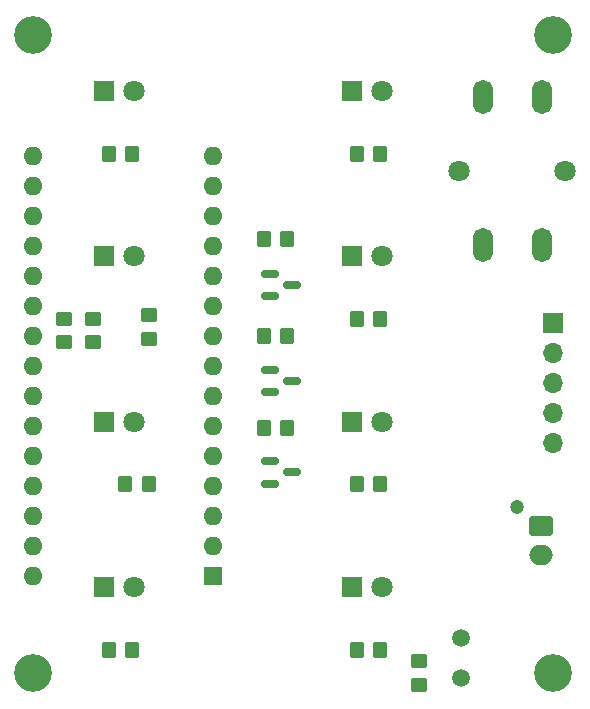
<source format=gts>
G04 #@! TF.GenerationSoftware,KiCad,Pcbnew,8.0.5*
G04 #@! TF.CreationDate,2025-02-13T10:20:19+08:00*
G04 #@! TF.ProjectId,arduino_solar_bikelight_1,61726475-696e-46f5-9f73-6f6c61725f62,rev?*
G04 #@! TF.SameCoordinates,Original*
G04 #@! TF.FileFunction,Soldermask,Top*
G04 #@! TF.FilePolarity,Negative*
%FSLAX46Y46*%
G04 Gerber Fmt 4.6, Leading zero omitted, Abs format (unit mm)*
G04 Created by KiCad (PCBNEW 8.0.5) date 2025-02-13 10:20:19*
%MOMM*%
%LPD*%
G01*
G04 APERTURE LIST*
G04 Aperture macros list*
%AMRoundRect*
0 Rectangle with rounded corners*
0 $1 Rounding radius*
0 $2 $3 $4 $5 $6 $7 $8 $9 X,Y pos of 4 corners*
0 Add a 4 corners polygon primitive as box body*
4,1,4,$2,$3,$4,$5,$6,$7,$8,$9,$2,$3,0*
0 Add four circle primitives for the rounded corners*
1,1,$1+$1,$2,$3*
1,1,$1+$1,$4,$5*
1,1,$1+$1,$6,$7*
1,1,$1+$1,$8,$9*
0 Add four rect primitives between the rounded corners*
20,1,$1+$1,$2,$3,$4,$5,0*
20,1,$1+$1,$4,$5,$6,$7,0*
20,1,$1+$1,$6,$7,$8,$9,0*
20,1,$1+$1,$8,$9,$2,$3,0*%
G04 Aperture macros list end*
%ADD10RoundRect,0.250000X-0.450000X0.350000X-0.450000X-0.350000X0.450000X-0.350000X0.450000X0.350000X0*%
%ADD11C,1.500000*%
%ADD12RoundRect,0.250000X-0.350000X-0.450000X0.350000X-0.450000X0.350000X0.450000X-0.350000X0.450000X0*%
%ADD13C,3.200000*%
%ADD14RoundRect,0.250000X0.450000X-0.350000X0.450000X0.350000X-0.450000X0.350000X-0.450000X-0.350000X0*%
%ADD15R,1.600000X1.600000*%
%ADD16O,1.600000X1.600000*%
%ADD17C,1.200000*%
%ADD18RoundRect,0.250000X-0.750000X0.600000X-0.750000X-0.600000X0.750000X-0.600000X0.750000X0.600000X0*%
%ADD19O,2.000000X1.700000*%
%ADD20C,1.800000*%
%ADD21O,1.700000X2.900000*%
%ADD22RoundRect,0.150000X-0.587500X-0.150000X0.587500X-0.150000X0.587500X0.150000X-0.587500X0.150000X0*%
%ADD23R,1.700000X1.700000*%
%ADD24O,1.700000X1.700000*%
%ADD25R,1.800000X1.800000*%
G04 APERTURE END LIST*
D10*
X177145000Y-114395000D03*
X177145000Y-116395000D03*
D11*
X180645000Y-112395000D03*
X180645000Y-115795000D03*
D12*
X163995000Y-78595000D03*
X165995000Y-78595000D03*
D13*
X188445000Y-115395000D03*
D14*
X154245000Y-87095000D03*
X154245000Y-85095000D03*
X149545000Y-87395000D03*
X149545000Y-85395000D03*
X147045000Y-87395000D03*
X147045000Y-85395000D03*
D15*
X159720000Y-107155000D03*
D16*
X159720000Y-104615000D03*
X159720000Y-102075000D03*
X159720000Y-99535000D03*
X159720000Y-96995000D03*
X159720000Y-94455000D03*
X159720000Y-91915000D03*
X159720000Y-89375000D03*
X159720000Y-86835000D03*
X159720000Y-84295000D03*
X159720000Y-81755000D03*
X159720000Y-79215000D03*
X159720000Y-76675000D03*
X159720000Y-74135000D03*
X159720000Y-71595000D03*
X144480000Y-71595000D03*
X144480000Y-74135000D03*
X144480000Y-76675000D03*
X144480000Y-79215000D03*
X144480000Y-81755000D03*
X144480000Y-84295000D03*
X144480000Y-86835000D03*
X144480000Y-89375000D03*
X144480000Y-91915000D03*
X144480000Y-94455000D03*
X144480000Y-96995000D03*
X144480000Y-99535000D03*
X144480000Y-102075000D03*
X144480000Y-104615000D03*
X144480000Y-107155000D03*
D13*
X144445000Y-61395000D03*
X188445000Y-61395000D03*
D12*
X163995000Y-86845000D03*
X165995000Y-86845000D03*
X171870000Y-71395000D03*
X173870000Y-71395000D03*
D17*
X185445000Y-101295000D03*
D18*
X187445000Y-102895000D03*
D19*
X187445000Y-105395000D03*
D20*
X180520000Y-72895000D03*
X189520000Y-72895000D03*
D21*
X182520000Y-79145000D03*
X182520000Y-66645000D03*
X187520000Y-79145000D03*
X187520000Y-66645000D03*
D22*
X164507500Y-89695000D03*
X164507500Y-91595000D03*
X166382500Y-90645000D03*
D12*
X171870000Y-113395000D03*
X173870000Y-113395000D03*
X150870000Y-71395000D03*
X152870000Y-71395000D03*
D23*
X188445000Y-85735000D03*
D24*
X188445000Y-88275000D03*
X188445000Y-90815000D03*
X188445000Y-93355000D03*
X188445000Y-95895000D03*
D22*
X164507500Y-81595000D03*
X164507500Y-83495000D03*
X166382500Y-82545000D03*
D12*
X163995000Y-94595000D03*
X165995000Y-94595000D03*
X150870000Y-113395000D03*
X152870000Y-113395000D03*
X152245000Y-99395000D03*
X154245000Y-99395000D03*
X171870000Y-99395000D03*
X173870000Y-99395000D03*
D13*
X144445000Y-115395000D03*
D22*
X164507500Y-97445000D03*
X164507500Y-99345000D03*
X166382500Y-98395000D03*
D12*
X171870000Y-85395000D03*
X173870000Y-85395000D03*
D25*
X150445000Y-94095000D03*
D20*
X152985000Y-94095000D03*
D25*
X171445000Y-94095000D03*
D20*
X173985000Y-94095000D03*
D25*
X171445000Y-108095000D03*
D20*
X173985000Y-108095000D03*
D25*
X150445000Y-80095000D03*
D20*
X152985000Y-80095000D03*
D25*
X150445000Y-108095000D03*
D20*
X152985000Y-108095000D03*
D25*
X171445000Y-66095000D03*
D20*
X173985000Y-66095000D03*
D25*
X171445000Y-80095000D03*
D20*
X173985000Y-80095000D03*
D25*
X150445000Y-66095000D03*
D20*
X152985000Y-66095000D03*
M02*

</source>
